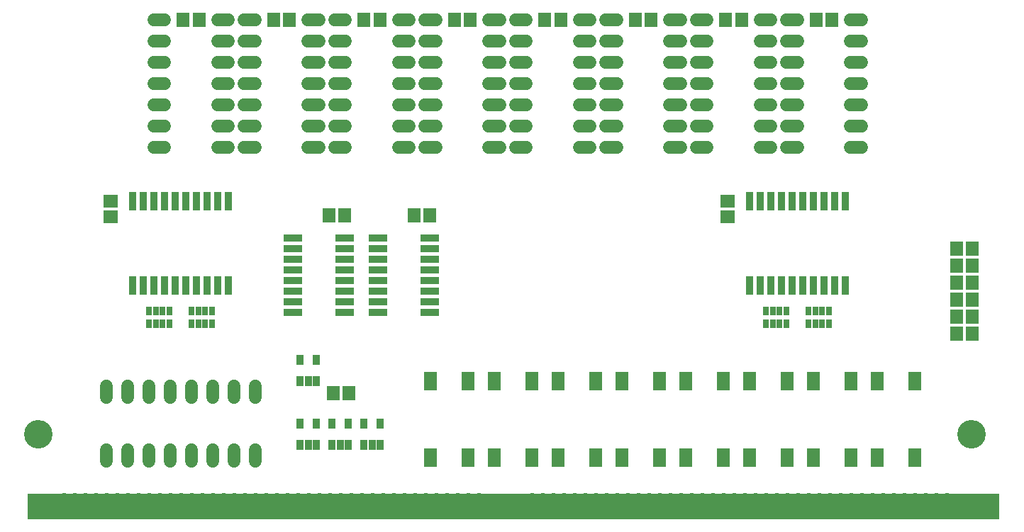
<source format=gbr>
G04 EAGLE Gerber RS-274X export*
G75*
%MOMM*%
%FSLAX34Y34*%
%LPD*%
%INSoldermask Top*%
%IPPOS*%
%AMOC8*
5,1,8,0,0,1.08239X$1,22.5*%
G01*
%ADD10R,0.893200X1.193200*%
%ADD11R,0.863600X2.235200*%
%ADD12R,2.235200X0.863600*%
%ADD13R,1.503200X1.703200*%
%ADD14R,0.703200X1.003200*%
%ADD15C,3.403200*%
%ADD16C,1.244600*%
%ADD17R,116.110000X3.100000*%
%ADD18C,1.524000*%
%ADD19R,1.600200X2.311400*%
%ADD20C,1.511200*%
%ADD21R,1.703200X1.503200*%


D10*
X346100Y164900D03*
X355600Y164900D03*
X365100Y164900D03*
X365100Y190800D03*
X346100Y190800D03*
D11*
X882650Y279908D03*
X895350Y279908D03*
X908050Y279908D03*
X920750Y279908D03*
X933450Y279908D03*
X946150Y279908D03*
X958850Y279908D03*
X971550Y279908D03*
X971550Y380492D03*
X958850Y380492D03*
X946150Y380492D03*
X933450Y380492D03*
X920750Y380492D03*
X908050Y380492D03*
X895350Y380492D03*
X882650Y380492D03*
X984250Y279908D03*
X996950Y279908D03*
X984250Y380492D03*
X996950Y380492D03*
D10*
X384200Y88700D03*
X393700Y88700D03*
X403200Y88700D03*
X403200Y114600D03*
X384200Y114600D03*
X346100Y88700D03*
X355600Y88700D03*
X365100Y88700D03*
X365100Y114600D03*
X346100Y114600D03*
X422300Y88700D03*
X431800Y88700D03*
X441300Y88700D03*
X441300Y114600D03*
X422300Y114600D03*
D12*
X337566Y336550D03*
X399034Y336550D03*
X337566Y323850D03*
X337566Y311150D03*
X399034Y323850D03*
X399034Y311150D03*
X337566Y298450D03*
X399034Y298450D03*
X337566Y285750D03*
X399034Y285750D03*
X337566Y273050D03*
X337566Y260350D03*
X399034Y273050D03*
X399034Y260350D03*
X337566Y247650D03*
X399034Y247650D03*
X439166Y336550D03*
X500634Y336550D03*
X439166Y323850D03*
X439166Y311150D03*
X500634Y323850D03*
X500634Y311150D03*
X439166Y298450D03*
X500634Y298450D03*
X439166Y285750D03*
X500634Y285750D03*
X439166Y273050D03*
X439166Y260350D03*
X500634Y273050D03*
X500634Y260350D03*
X439166Y247650D03*
X500634Y247650D03*
D11*
X146050Y279908D03*
X158750Y279908D03*
X171450Y279908D03*
X184150Y279908D03*
X196850Y279908D03*
X209550Y279908D03*
X222250Y279908D03*
X234950Y279908D03*
X234950Y380492D03*
X222250Y380492D03*
X209550Y380492D03*
X196850Y380492D03*
X184150Y380492D03*
X171450Y380492D03*
X158750Y380492D03*
X146050Y380492D03*
X247650Y279908D03*
X260350Y279908D03*
X247650Y380492D03*
X260350Y380492D03*
D13*
X1148690Y323850D03*
X1129690Y323850D03*
D14*
X165800Y233800D03*
X173800Y233800D03*
X181800Y233800D03*
X189800Y233800D03*
X189800Y248800D03*
X181800Y248800D03*
X173800Y248800D03*
X165800Y248800D03*
X216600Y233800D03*
X224600Y233800D03*
X232600Y233800D03*
X240600Y233800D03*
X240600Y248800D03*
X232600Y248800D03*
X224600Y248800D03*
X216600Y248800D03*
X902400Y233800D03*
X910400Y233800D03*
X918400Y233800D03*
X926400Y233800D03*
X926400Y248800D03*
X918400Y248800D03*
X910400Y248800D03*
X902400Y248800D03*
X953200Y233800D03*
X961200Y233800D03*
X969200Y233800D03*
X977200Y233800D03*
X977200Y248800D03*
X969200Y248800D03*
X961200Y248800D03*
X953200Y248800D03*
D15*
X33800Y101600D03*
X1147300Y101600D03*
D16*
X63500Y25400D02*
X63500Y14986D01*
X76200Y14986D02*
X76200Y25400D01*
X88900Y25400D02*
X88900Y14986D01*
X101600Y14986D02*
X101600Y25400D01*
X114300Y25400D02*
X114300Y14986D01*
X127000Y14986D02*
X127000Y25400D01*
X139700Y25400D02*
X139700Y14986D01*
X152400Y14986D02*
X152400Y25400D01*
X165100Y25400D02*
X165100Y14986D01*
X177800Y14986D02*
X177800Y25400D01*
X190500Y25400D02*
X190500Y14986D01*
X203200Y14986D02*
X203200Y25400D01*
X215900Y25400D02*
X215900Y14986D01*
X228600Y14986D02*
X228600Y25400D01*
X241300Y25400D02*
X241300Y14986D01*
X254000Y14986D02*
X254000Y25400D01*
X266700Y25400D02*
X266700Y14986D01*
X279400Y14986D02*
X279400Y25400D01*
X292100Y25400D02*
X292100Y14986D01*
X304800Y14986D02*
X304800Y25400D01*
X317500Y25400D02*
X317500Y14986D01*
X330200Y14986D02*
X330200Y25400D01*
X342900Y25400D02*
X342900Y14986D01*
X355600Y14986D02*
X355600Y25400D01*
X368300Y25400D02*
X368300Y14986D01*
X381000Y14986D02*
X381000Y25400D01*
X393700Y25400D02*
X393700Y14986D01*
X406400Y14986D02*
X406400Y25400D01*
X419100Y25400D02*
X419100Y14986D01*
X431800Y14986D02*
X431800Y25400D01*
X444500Y25400D02*
X444500Y14986D01*
X457200Y14986D02*
X457200Y25400D01*
X469900Y25400D02*
X469900Y14986D01*
X482600Y14986D02*
X482600Y25400D01*
X495300Y25400D02*
X495300Y14986D01*
X508000Y14986D02*
X508000Y25400D01*
X520700Y25400D02*
X520700Y14986D01*
X533400Y14986D02*
X533400Y25400D01*
X546100Y25400D02*
X546100Y14986D01*
X558800Y14986D02*
X558800Y25400D01*
X622300Y25400D02*
X622300Y14986D01*
X635000Y14986D02*
X635000Y25400D01*
X647700Y25400D02*
X647700Y14986D01*
X660400Y14986D02*
X660400Y25400D01*
X673100Y25400D02*
X673100Y14986D01*
X685800Y14986D02*
X685800Y25400D01*
X698500Y25400D02*
X698500Y14986D01*
X711200Y14986D02*
X711200Y25400D01*
X723900Y25400D02*
X723900Y14986D01*
X736600Y14986D02*
X736600Y25400D01*
X749300Y25400D02*
X749300Y14986D01*
X762000Y14986D02*
X762000Y25400D01*
X774700Y25400D02*
X774700Y14986D01*
X787400Y14986D02*
X787400Y25400D01*
X800100Y25400D02*
X800100Y14986D01*
X812800Y14986D02*
X812800Y25400D01*
X825500Y25400D02*
X825500Y14986D01*
X838200Y14986D02*
X838200Y25400D01*
X850900Y25400D02*
X850900Y14986D01*
X863600Y14986D02*
X863600Y25400D01*
X876300Y25400D02*
X876300Y14986D01*
X889000Y14986D02*
X889000Y25400D01*
X901700Y25400D02*
X901700Y14986D01*
X914400Y14986D02*
X914400Y25400D01*
X927100Y25400D02*
X927100Y14986D01*
X939800Y14986D02*
X939800Y25400D01*
X952500Y25400D02*
X952500Y14986D01*
X965200Y14986D02*
X965200Y25400D01*
X977900Y25400D02*
X977900Y14986D01*
X990600Y14986D02*
X990600Y25400D01*
X1003300Y25400D02*
X1003300Y14986D01*
X1016000Y14986D02*
X1016000Y25400D01*
X1028700Y25400D02*
X1028700Y14986D01*
X1041400Y14986D02*
X1041400Y25400D01*
X1054100Y25400D02*
X1054100Y14986D01*
X1066800Y14986D02*
X1066800Y25400D01*
X1079500Y25400D02*
X1079500Y14986D01*
X1092200Y14986D02*
X1092200Y25400D01*
X1104900Y25400D02*
X1104900Y14986D01*
X1117600Y14986D02*
X1117600Y25400D01*
D17*
X600550Y15500D03*
D18*
X114300Y69596D02*
X114300Y82804D01*
X139700Y82804D02*
X139700Y69596D01*
X266700Y69596D02*
X266700Y82804D01*
X292100Y82804D02*
X292100Y69596D01*
X165100Y69596D02*
X165100Y82804D01*
X190500Y82804D02*
X190500Y69596D01*
X241300Y69596D02*
X241300Y82804D01*
X215900Y82804D02*
X215900Y69596D01*
X292100Y145796D02*
X292100Y159004D01*
X266700Y159004D02*
X266700Y145796D01*
X241300Y145796D02*
X241300Y159004D01*
X215900Y159004D02*
X215900Y145796D01*
X190500Y145796D02*
X190500Y159004D01*
X165100Y159004D02*
X165100Y145796D01*
X139700Y145796D02*
X139700Y159004D01*
X114300Y159004D02*
X114300Y145796D01*
D19*
X501500Y74100D03*
X546100Y74100D03*
X501500Y165100D03*
X546100Y165100D03*
X577700Y74100D03*
X622300Y74100D03*
X577700Y165100D03*
X622300Y165100D03*
X653900Y74100D03*
X698500Y74100D03*
X653900Y165100D03*
X698500Y165100D03*
X730100Y74100D03*
X774700Y74100D03*
X730100Y165100D03*
X774700Y165100D03*
X806300Y74100D03*
X850900Y74100D03*
X806300Y165100D03*
X850900Y165100D03*
X882500Y74100D03*
X927100Y74100D03*
X882500Y165100D03*
X927100Y165100D03*
X958700Y74100D03*
X1003300Y74100D03*
X958700Y165100D03*
X1003300Y165100D03*
X1034900Y74100D03*
X1079500Y74100D03*
X1034900Y165100D03*
X1079500Y165100D03*
D20*
X184340Y596900D02*
X171260Y596900D01*
X171260Y571500D02*
X184340Y571500D01*
X184340Y546100D02*
X171260Y546100D01*
X171260Y520700D02*
X184340Y520700D01*
X184340Y495300D02*
X171260Y495300D01*
X171260Y444500D02*
X184340Y444500D01*
X247460Y444500D02*
X260540Y444500D01*
X260540Y495300D02*
X247460Y495300D01*
X247460Y546100D02*
X260540Y546100D01*
X260540Y571500D02*
X247460Y571500D01*
X247460Y596900D02*
X260540Y596900D01*
X184340Y469900D02*
X171260Y469900D01*
X247460Y469900D02*
X260540Y469900D01*
X260540Y520700D02*
X247460Y520700D01*
X279210Y596900D02*
X292290Y596900D01*
X292290Y571500D02*
X279210Y571500D01*
X279210Y546100D02*
X292290Y546100D01*
X292290Y520700D02*
X279210Y520700D01*
X279210Y495300D02*
X292290Y495300D01*
X292290Y444500D02*
X279210Y444500D01*
X355410Y444500D02*
X368490Y444500D01*
X368490Y495300D02*
X355410Y495300D01*
X355410Y546100D02*
X368490Y546100D01*
X368490Y571500D02*
X355410Y571500D01*
X355410Y596900D02*
X368490Y596900D01*
X292290Y469900D02*
X279210Y469900D01*
X355410Y469900D02*
X368490Y469900D01*
X368490Y520700D02*
X355410Y520700D01*
X387160Y596900D02*
X400240Y596900D01*
X400240Y571500D02*
X387160Y571500D01*
X387160Y546100D02*
X400240Y546100D01*
X400240Y520700D02*
X387160Y520700D01*
X387160Y495300D02*
X400240Y495300D01*
X400240Y444500D02*
X387160Y444500D01*
X463360Y444500D02*
X476440Y444500D01*
X476440Y495300D02*
X463360Y495300D01*
X463360Y546100D02*
X476440Y546100D01*
X476440Y571500D02*
X463360Y571500D01*
X463360Y596900D02*
X476440Y596900D01*
X400240Y469900D02*
X387160Y469900D01*
X463360Y469900D02*
X476440Y469900D01*
X476440Y520700D02*
X463360Y520700D01*
X495110Y596900D02*
X508190Y596900D01*
X508190Y571500D02*
X495110Y571500D01*
X495110Y546100D02*
X508190Y546100D01*
X508190Y520700D02*
X495110Y520700D01*
X495110Y495300D02*
X508190Y495300D01*
X508190Y444500D02*
X495110Y444500D01*
X571310Y444500D02*
X584390Y444500D01*
X584390Y495300D02*
X571310Y495300D01*
X571310Y546100D02*
X584390Y546100D01*
X584390Y571500D02*
X571310Y571500D01*
X571310Y596900D02*
X584390Y596900D01*
X508190Y469900D02*
X495110Y469900D01*
X571310Y469900D02*
X584390Y469900D01*
X584390Y520700D02*
X571310Y520700D01*
X603060Y596900D02*
X616140Y596900D01*
X616140Y571500D02*
X603060Y571500D01*
X603060Y546100D02*
X616140Y546100D01*
X616140Y520700D02*
X603060Y520700D01*
X603060Y495300D02*
X616140Y495300D01*
X616140Y444500D02*
X603060Y444500D01*
X679260Y444500D02*
X692340Y444500D01*
X692340Y495300D02*
X679260Y495300D01*
X679260Y546100D02*
X692340Y546100D01*
X692340Y571500D02*
X679260Y571500D01*
X679260Y596900D02*
X692340Y596900D01*
X616140Y469900D02*
X603060Y469900D01*
X679260Y469900D02*
X692340Y469900D01*
X692340Y520700D02*
X679260Y520700D01*
X711010Y596900D02*
X724090Y596900D01*
X724090Y571500D02*
X711010Y571500D01*
X711010Y546100D02*
X724090Y546100D01*
X724090Y520700D02*
X711010Y520700D01*
X711010Y495300D02*
X724090Y495300D01*
X724090Y444500D02*
X711010Y444500D01*
X787210Y444500D02*
X800290Y444500D01*
X800290Y495300D02*
X787210Y495300D01*
X787210Y546100D02*
X800290Y546100D01*
X800290Y571500D02*
X787210Y571500D01*
X787210Y596900D02*
X800290Y596900D01*
X724090Y469900D02*
X711010Y469900D01*
X787210Y469900D02*
X800290Y469900D01*
X800290Y520700D02*
X787210Y520700D01*
X818960Y596900D02*
X832040Y596900D01*
X832040Y571500D02*
X818960Y571500D01*
X818960Y546100D02*
X832040Y546100D01*
X832040Y520700D02*
X818960Y520700D01*
X818960Y495300D02*
X832040Y495300D01*
X832040Y444500D02*
X818960Y444500D01*
X895160Y444500D02*
X908240Y444500D01*
X908240Y495300D02*
X895160Y495300D01*
X895160Y546100D02*
X908240Y546100D01*
X908240Y571500D02*
X895160Y571500D01*
X895160Y596900D02*
X908240Y596900D01*
X832040Y469900D02*
X818960Y469900D01*
X895160Y469900D02*
X908240Y469900D01*
X908240Y520700D02*
X895160Y520700D01*
X926910Y596900D02*
X939990Y596900D01*
X939990Y571500D02*
X926910Y571500D01*
X926910Y546100D02*
X939990Y546100D01*
X939990Y520700D02*
X926910Y520700D01*
X926910Y495300D02*
X939990Y495300D01*
X939990Y444500D02*
X926910Y444500D01*
X1003110Y444500D02*
X1016190Y444500D01*
X1016190Y495300D02*
X1003110Y495300D01*
X1003110Y546100D02*
X1016190Y546100D01*
X1016190Y571500D02*
X1003110Y571500D01*
X1003110Y596900D02*
X1016190Y596900D01*
X939990Y469900D02*
X926910Y469900D01*
X1003110Y469900D02*
X1016190Y469900D01*
X1016190Y520700D02*
X1003110Y520700D01*
D13*
X385470Y151130D03*
X404470Y151130D03*
X399390Y363220D03*
X380390Y363220D03*
X500990Y363220D03*
X481990Y363220D03*
D21*
X119380Y380340D03*
X119380Y361340D03*
X855980Y380340D03*
X855980Y361340D03*
D13*
X225400Y596900D03*
X206400Y596900D03*
X333350Y596900D03*
X314350Y596900D03*
X441300Y596900D03*
X422300Y596900D03*
X549250Y596900D03*
X530250Y596900D03*
X657200Y596900D03*
X638200Y596900D03*
X765150Y596900D03*
X746150Y596900D03*
X873100Y596900D03*
X854100Y596900D03*
X981050Y596900D03*
X962050Y596900D03*
X1148690Y303530D03*
X1129690Y303530D03*
X1148690Y283210D03*
X1129690Y283210D03*
X1148690Y262890D03*
X1129690Y262890D03*
X1148690Y242570D03*
X1129690Y242570D03*
X1148690Y222250D03*
X1129690Y222250D03*
M02*

</source>
